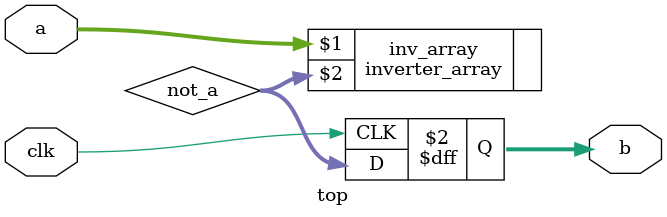
<source format=sv>

module top(
	input logic clk,
	input wire[1:0] a,
	output logic[1:0] b
);
	wire[1:0] not_a;
	inverter_array inv_array(a,not_a);
	always @(posedge clk) begin
		b <= not_a;
	end
endmodule

</source>
